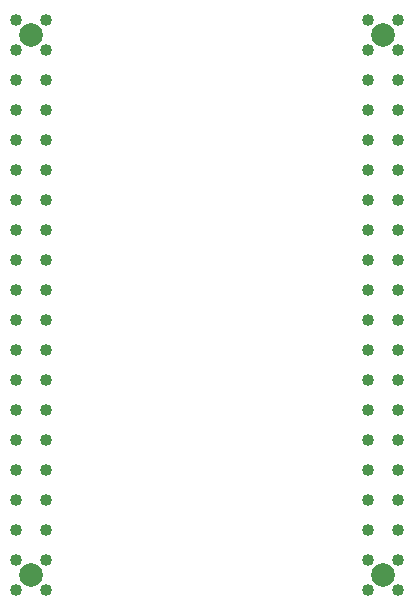
<source format=gbr>
G04 #@! TF.GenerationSoftware,KiCad,Pcbnew,7.0.10-7.0.10~ubuntu22.04.1*
G04 #@! TF.CreationDate,2024-02-20T17:40:51-05:00*
G04 #@! TF.ProjectId,caravel-breakout-qfn,63617261-7665-46c2-9d62-7265616b6f75,2.2*
G04 #@! TF.SameCoordinates,PX2dc6c00PY42c1d80*
G04 #@! TF.FileFunction,Soldermask,Bot*
G04 #@! TF.FilePolarity,Negative*
%FSLAX46Y46*%
G04 Gerber Fmt 4.6, Leading zero omitted, Abs format (unit mm)*
G04 Created by KiCad (PCBNEW 7.0.10-7.0.10~ubuntu22.04.1) date 2024-02-20 17:40:51*
%MOMM*%
%LPD*%
G01*
G04 APERTURE LIST*
%ADD10C,1.020000*%
%ADD11C,2.000000*%
G04 APERTURE END LIST*
D10*
X38670000Y50380000D03*
X36130000Y50380000D03*
D11*
X37400000Y49110000D03*
D10*
X38670000Y47840000D03*
X36130000Y47840000D03*
X38670000Y45300000D03*
X36130000Y45300000D03*
X38670000Y42760000D03*
X36130000Y42760000D03*
X38670000Y40220000D03*
X36130000Y40220000D03*
X38670000Y37680000D03*
X36130000Y37680000D03*
X38670000Y35140000D03*
X36130000Y35140000D03*
X38670000Y32600000D03*
X36130000Y32600000D03*
X38670000Y30060000D03*
X36130000Y30060000D03*
X38670000Y27520000D03*
X36130000Y27520000D03*
X38670000Y24980000D03*
X36130000Y24980000D03*
X38670000Y22440000D03*
X36130000Y22440000D03*
X38670000Y19900000D03*
X36130000Y19900000D03*
X38670000Y17360000D03*
X36130000Y17360000D03*
X38670000Y14820000D03*
X36130000Y14820000D03*
X38670000Y12280000D03*
X36130000Y12280000D03*
X38670000Y9740000D03*
X36130000Y9740000D03*
X38670000Y7200000D03*
X36130000Y7200000D03*
X38670000Y4660000D03*
X36130000Y4660000D03*
D11*
X37400000Y3390000D03*
D10*
X38670000Y2120000D03*
X36130000Y2120000D03*
X8870000Y50380000D03*
X6330000Y50380000D03*
D11*
X7600000Y49110000D03*
D10*
X8870000Y47840000D03*
X6330000Y47840000D03*
X8870000Y45300000D03*
X6330000Y45300000D03*
X8870000Y42760000D03*
X6330000Y42760000D03*
X8870000Y40220000D03*
X6330000Y40220000D03*
X8870000Y37680000D03*
X6330000Y37680000D03*
X8870000Y35140000D03*
X6330000Y35140000D03*
X8870000Y32600000D03*
X6330000Y32600000D03*
X8870000Y30060000D03*
X6330000Y30060000D03*
X8870000Y27520000D03*
X6330000Y27520000D03*
X8870000Y24980000D03*
X6330000Y24980000D03*
X8870000Y22440000D03*
X6330000Y22440000D03*
X8870000Y19900000D03*
X6330000Y19900000D03*
X8870000Y17360000D03*
X6330000Y17360000D03*
X8870000Y14820000D03*
X6330000Y14820000D03*
X8870000Y12280000D03*
X6330000Y12280000D03*
X8870000Y9740000D03*
X6330000Y9740000D03*
X8870000Y7200000D03*
X6330000Y7200000D03*
X8870000Y4660000D03*
X6330000Y4660000D03*
D11*
X7600000Y3390000D03*
D10*
X8870000Y2120000D03*
X6330000Y2120000D03*
M02*

</source>
